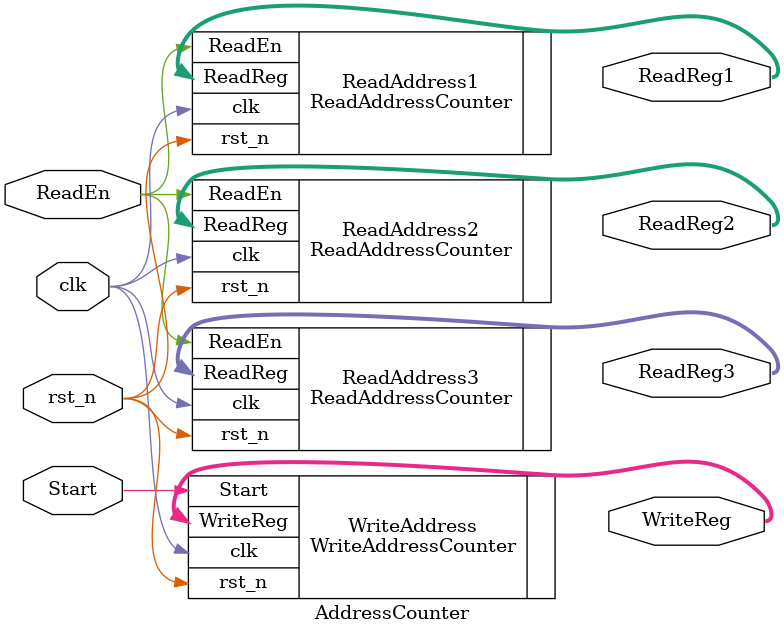
<source format=v>
`timescale 1ns / 1ps

module AddressCounter( //register file¿¡ °ªÀ» ÀÐ°Å³ª ¾²±â À§ÇÑ ÁÖ¼Ò¸¦ °è»êÇÏ´Â ¸ðµâ
    clk, rst_n, Start, ReadEn, 
    WriteReg, ReadReg1, ReadReg2, ReadReg3
);

input clk, rst_n; //1bit input
input Start; //1bit input
input ReadEn; //1bit input
output [3:0] WriteReg; //write address¸¦ ´ã°í ÀÖ´Â 4bit output
output [3:0] ReadReg1, ReadReg2, ReadReg3; //read address¸¦ ´ã°í ÀÖ´Â 4bit output

//3°³ÀÇ read address¸¦ Ãâ·ÂÇÏ´Â ¸ðµâ. ÆÄ¶ó¹ÌÅÍ °ªµµ °°ÀÌ ¼³Á¤
ReadAddressCounter #(.initReadReg(0)) ReadAddress1 (.clk(clk), .rst_n(rst_n), .ReadEn(ReadEn), .ReadReg(ReadReg1)); 
ReadAddressCounter #(.initReadReg(1)) ReadAddress2 (.clk(clk), .rst_n(rst_n), .ReadEn(ReadEn), .ReadReg(ReadReg2));
ReadAddressCounter #(.initReadReg(2)) ReadAddress3 (.clk(clk), .rst_n(rst_n), .ReadEn(ReadEn), .ReadReg(ReadReg3));
//1°³ÀÇ write address¸¦ Ãâ·ÂÇÏ´Â ¸ðµâ
WriteAddressCounter WriteAddress(.clk(clk), .rst_n(rst_n), .Start(Start), .WriteReg(WriteReg)); 

endmodule

</source>
